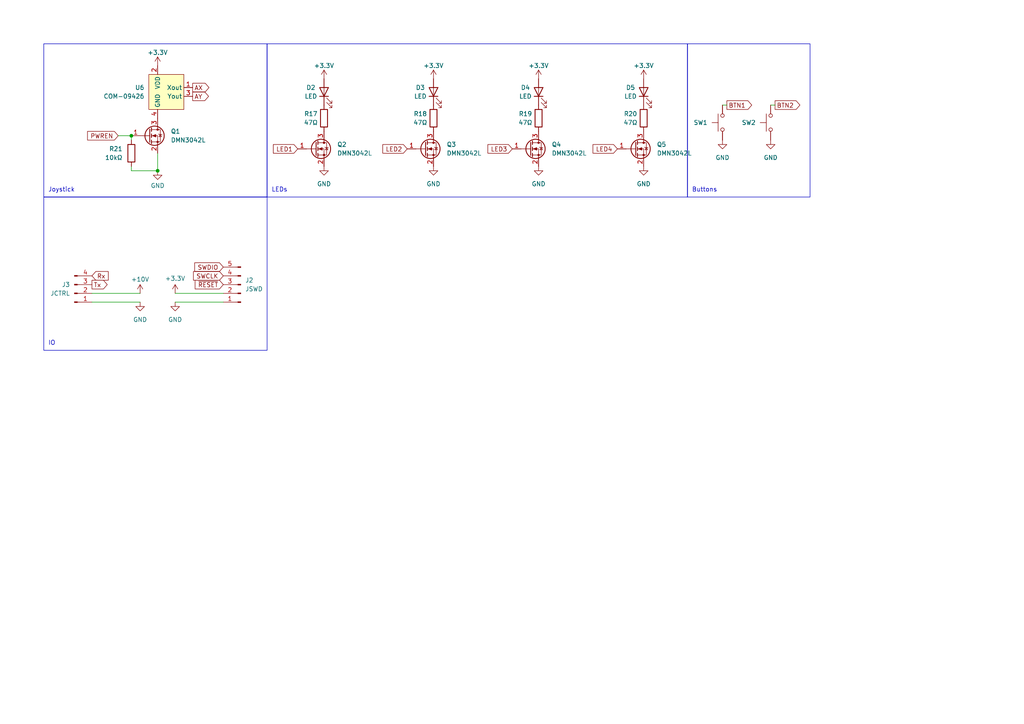
<source format=kicad_sch>
(kicad_sch (version 20250114) (generator "eeschema") (generator_version "9.0")
  (paper "A4")
  (lib_symbols
    (symbol "Connector:Conn_01x04_Pin" (pin_names (offset 1.016) (hide yes))
      (property "Reference" "J" (at 0 5.08 0))
      (property "Value" "Conn_01x04_Pin" (at 0 -7.62 0))
      (symbol "Conn_01x04_Pin_1_1"
        (rectangle (start 0.8636 2.667) (end 0 2.413) (stroke (width 0.1524)) (fill (type outline)))
        (rectangle (start 0.8636 0.127) (end 0 -0.127) (stroke (width 0.1524)) (fill (type outline)))
        (rectangle (start 0.8636 -2.413) (end 0 -2.667) (stroke (width 0.1524)) (fill (type outline)))
        (rectangle (start 0.8636 -4.953) (end 0 -5.207) (stroke (width 0.1524)) (fill (type outline)))
        (polyline (pts (xy 1.27 2.54) (xy 0.8636 2.54)) (stroke (width 0.1524)))
        (polyline (pts (xy 1.27 0) (xy 0.8636 0)) (stroke (width 0.1524)))
        (polyline (pts (xy 1.27 -2.54) (xy 0.8636 -2.54)) (stroke (width 0.1524)))
        (polyline (pts (xy 1.27 -5.08) (xy 0.8636 -5.08)) (stroke (width 0.1524)))
        (pin passive line (at 5.08 2.54 180) (length 3.81) (name "Pin_1") (number "1"))
        (pin passive line (at 5.08 0 180) (length 3.81) (name "Pin_2") (number "2"))
        (pin passive line (at 5.08 -2.54 180) (length 3.81) (name "Pin_3") (number "3"))
        (pin passive line (at 5.08 -5.08 180) (length 3.81) (name "Pin_4") (number "4"))
      )
    )
    (symbol "Connector:Conn_01x05_Pin" (pin_names (offset 1.016) (hide yes))
      (property "Reference" "J" (at 0 7.62 0))
      (property "Value" "Conn_01x05_Pin" (at 0 -7.62 0))
      (symbol "Conn_01x05_Pin_1_1"
        (rectangle (start 0.8636 5.207) (end 0 4.953) (stroke (width 0.1524)) (fill (type outline)))
        (rectangle (start 0.8636 2.667) (end 0 2.413) (stroke (width 0.1524)) (fill (type outline)))
        (rectangle (start 0.8636 0.127) (end 0 -0.127) (stroke (width 0.1524)) (fill (type outline)))
        (rectangle (start 0.8636 -2.413) (end 0 -2.667) (stroke (width 0.1524)) (fill (type outline)))
        (rectangle (start 0.8636 -4.953) (end 0 -5.207) (stroke (width 0.1524)) (fill (type outline)))
        (polyline (pts (xy 1.27 5.08) (xy 0.8636 5.08)) (stroke (width 0.1524)))
        (polyline (pts (xy 1.27 2.54) (xy 0.8636 2.54)) (stroke (width 0.1524)))
        (polyline (pts (xy 1.27 0) (xy 0.8636 0)) (stroke (width 0.1524)))
        (polyline (pts (xy 1.27 -2.54) (xy 0.8636 -2.54)) (stroke (width 0.1524)))
        (polyline (pts (xy 1.27 -5.08) (xy 0.8636 -5.08)) (stroke (width 0.1524)))
        (pin passive line (at 5.08 5.08 180) (length 3.81) (name "Pin_1") (number "1"))
        (pin passive line (at 5.08 2.54 180) (length 3.81) (name "Pin_2") (number "2"))
        (pin passive line (at 5.08 0 180) (length 3.81) (name "Pin_3") (number "3"))
        (pin passive line (at 5.08 -2.54 180) (length 3.81) (name "Pin_4") (number "4"))
        (pin passive line (at 5.08 -5.08 180) (length 3.81) (name "Pin_5") (number "5"))
      )
    )
    (symbol "Custom:COM-09426"
      (property "Reference" "U" (at 1.27 -6.35 0))
      (property "Value" "COM-09426" (at 6.35 6.35 0))
      (symbol "COM-09426_0_0"
        (pin power_in line (at -2.54 7.62 270) (length 2.54) (name "VDD") (number "2"))
        (pin power_in line (at -2.54 -7.62 90) (length 2.54) (name "GND") (number "4"))
        (pin passive line (at 7.62 1.27 180) (length 2.54) (name "Xout") (number "1"))
        (pin passive line (at 7.62 -1.27 180) (length 2.54) (name "Yout") (number "3"))
      )
      (symbol "COM-09426_0_1"
        (rectangle (start -5.08 5.08) (end 5.08 -5.08) (fill (type background)))
      )
    )
    (symbol "Device:LED" (pin_numbers (hide yes)) (pin_names (offset 1.016) (hide yes))
      (property "Reference" "D" (at 0 2.54 0))
      (property "Value" "LED" (at 0 -2.54 0))
      (symbol "LED_0_1"
        (polyline (pts (xy -3.048 -0.762) (xy -4.572 -2.286) (xy -3.81 -2.286) (xy -4.572 -2.286) (xy -4.572 -1.524)))
        (polyline (pts (xy -1.778 -0.762) (xy -3.302 -2.286) (xy -2.54 -2.286) (xy -3.302 -2.286) (xy -3.302 -1.524)))
        (polyline (pts (xy -1.27 0) (xy 1.27 0)))
        (polyline (pts (xy -1.27 -1.27) (xy -1.27 1.27)) (stroke (width 0.254)))
        (polyline (pts (xy 1.27 -1.27) (xy 1.27 1.27) (xy -1.27 0) (xy 1.27 -1.27)) (stroke (width 0.254)))
      )
      (symbol "LED_1_1"
        (pin passive line (at -3.81 0 0) (length 2.54) (name "K") (number "1"))
        (pin passive line (at 3.81 0 180) (length 2.54) (name "A") (number "2"))
      )
    )
    (symbol "Device:R" (pin_numbers (hide yes)) (pin_names (offset 0))
      (property "Reference" "R" (at 2.032 0 90))
      (property "Value" "R" (at 0 0 90))
      (symbol "R_0_1"
        (rectangle (start -1.016 -2.54) (end 1.016 2.54) (stroke (width 0.254)))
      )
      (symbol "R_1_1"
        (pin passive line (at 0 3.81 270) (length 1.27) (name "~") (number "1"))
        (pin passive line (at 0 -3.81 90) (length 1.27) (name "~") (number "2"))
      )
    )
    (symbol "Switch:SW_Push" (pin_numbers (hide yes)) (pin_names (offset 1.016) (hide yes))
      (property "Reference" "SW" (at 1.27 2.54 0))
      (property "Value" "SW_Push" (at 0 -1.524 0))
      (symbol "SW_Push_0_1"
        (circle (center -2.032 0) (radius 0.508))
        (polyline (pts (xy 0 1.27) (xy 0 3.048)))
        (circle (center 2.032 0) (radius 0.508))
        (polyline (pts (xy 2.54 1.27) (xy -2.54 1.27)))
        (pin passive line (at -5.08 0 0) (length 2.54) (name "1") (number "1"))
        (pin passive line (at 5.08 0 180) (length 2.54) (name "2") (number "2"))
      )
    )
    (symbol "Transistor_FET:DMN3042L" (pin_names (hide yes))
      (property "Reference" "Q" (at 5.08 1.905 0))
      (property "Value" "DMN3042L" (at 5.08 0 0))
      (symbol "DMN3042L_0_1"
        (polyline (pts (xy 0.254 1.905) (xy 0.254 -1.905)) (stroke (width 0.254)))
        (polyline (pts (xy 0.254 0) (xy -2.54 0)))
        (polyline (pts (xy 0.762 2.286) (xy 0.762 1.27)) (stroke (width 0.254)))
        (polyline (pts (xy 0.762 0.508) (xy 0.762 -0.508)) (stroke (width 0.254)))
        (polyline (pts (xy 0.762 -1.27) (xy 0.762 -2.286)) (stroke (width 0.254)))
        (polyline (pts (xy 0.762 -1.778) (xy 3.302 -1.778) (xy 3.302 1.778) (xy 0.762 1.778)))
        (polyline (pts (xy 1.016 0) (xy 2.032 0.381) (xy 2.032 -0.381) (xy 1.016 0)) (fill (type outline)))
        (circle (center 1.651 0) (radius 2.794) (stroke (width 0.254)))
        (polyline (pts (xy 2.54 2.54) (xy 2.54 1.778)))
        (circle (center 2.54 1.778) (radius 0.254) (fill (type outline)))
        (circle (center 2.54 -1.778) (radius 0.254) (fill (type outline)))
        (polyline (pts (xy 2.54 -2.54) (xy 2.54 0) (xy 0.762 0)))
        (polyline (pts (xy 2.794 0.508) (xy 2.921 0.381) (xy 3.683 0.381) (xy 3.81 0.254)))
        (polyline (pts (xy 3.302 0.381) (xy 2.921 -0.254) (xy 3.683 -0.254) (xy 3.302 0.381)))
      )
      (symbol "DMN3042L_1_1"
        (pin input line (at -5.08 0 0) (length 2.54) (name "G") (number "1"))
        (pin passive line (at 2.54 5.08 270) (length 2.54) (name "D") (number "3"))
        (pin passive line (at 2.54 -5.08 90) (length 2.54) (name "S") (number "2"))
      )
    )
    (symbol "power:+10V" (power) (pin_numbers (hide yes)) (pin_names (offset 0) (hide yes))
      (property "Value" "+10V" (at 0 3.556 0))
      (symbol "+10V_0_1"
        (polyline (pts (xy -0.762 1.27) (xy 0 2.54)))
        (polyline (pts (xy 0 2.54) (xy 0.762 1.27)))
        (polyline (pts (xy 0 0) (xy 0 2.54)))
      )
      (symbol "+10V_1_1"
        (pin power_in line (at 0 0 90) (length 0) (name "~") (number "1"))
      )
    )
    (symbol "power:+3.3V" (power) (pin_names (offset 0))
      (property "Value" "+3.3V" (at 0 3.556 0))
      (symbol "+3.3V_0_1"
        (polyline (pts (xy -0.762 1.27) (xy 0 2.54)))
        (polyline (pts (xy 0 2.54) (xy 0.762 1.27)))
        (polyline (pts (xy 0 0) (xy 0 2.54)))
      )
      (symbol "+3.3V_1_1"
        (pin power_in line (at 0 0 90) (length 0) (hide yes) (name "+3.3V") (number "1"))
      )
    )
    (symbol "power:GND" (power) (pin_names (offset 0))
      (property "Value" "GND" (at 0 -3.81 0))
      (symbol "GND_0_1"
        (polyline (pts (xy 0 0) (xy 0 -1.27) (xy 1.27 -1.27) (xy 0 -2.54) (xy -1.27 -1.27) (xy 0 -1.27)))
      )
      (symbol "GND_1_1"
        (pin power_in line (at 0 0 270) (length 0) (hide yes) (name "GND") (number "1"))
      )
    )
  )
  (rectangle (start 199.39 12.7) (end 234.95 57.15))
  (rectangle (start 12.7 12.7) (end 77.47 57.15))
  (rectangle (start 77.47 12.7) (end 199.39 57.15))
  (rectangle (start 12.7 57.15) (end 77.47 101.6))
  (text "LEDs" (at 78.74 55.88 0) (effects (font (size 1.27 1.27)) (justify left bottom)))
  (text "Buttons" (at 200.66 55.88 0) (effects (font (size 1.27 1.27)) (justify left bottom)))
  (text "IO" (at 13.97 100.33 0) (effects (font (size 1.27 1.27)) (justify left bottom)))
  (text "Joystick" (at 13.97 55.88 0) (effects (font (size 1.27 1.27)) (justify left bottom)))
  (junction (at 38.1 39.37))
  (junction (at 45.72 49.53))
  (wire (pts (xy 38.1 49.53) (xy 38.1 48.26)))
  (wire (pts (xy 224.79 30.48) (xy 223.52 30.48)))
  (wire (pts (xy 210.82 30.48) (xy 209.55 30.48)))
  (wire (pts (xy 50.8 85.09) (xy 64.77 85.09)))
  (wire (pts (xy 26.67 87.63) (xy 40.64 87.63)))
  (wire (pts (xy 34.29 39.37) (xy 38.1 39.37)))
  (wire (pts (xy 50.8 87.63) (xy 64.77 87.63)))
  (wire (pts (xy 45.72 44.45) (xy 45.72 49.53)))
  (wire (pts (xy 38.1 49.53) (xy 45.72 49.53)))
  (wire (pts (xy 38.1 39.37) (xy 38.1 40.64)))
  (wire (pts (xy 26.67 85.09) (xy 40.64 85.09)))
  (global_label "LED4" (shape input) (at 179.07 43.18 180) (property "Intersheetrefs" "${INTERSHEET_REFS}" (effects (hide yes))))
  (global_label "LED3" (shape input) (at 148.59 43.18 180) (property "Intersheetrefs" "${INTERSHEET_REFS}" (effects (hide yes))))
  (global_label "SWDIO" (shape input) (at 64.77 77.47 180) (property "Intersheetrefs" "${INTERSHEET_REFS}" (effects (hide yes))))
  (global_label "SWCLK" (shape input) (at 64.77 80.01 180) (property "Intersheetrefs" "${INTERSHEET_REFS}" (effects (hide yes))))
  (global_label "BTN1" (shape output) (at 210.82 30.48 0) (property "Intersheetrefs" "${INTERSHEET_REFS}" (effects (hide yes))))
  (global_label "PWREN" (shape input) (at 34.29 39.37 180) (property "Intersheetrefs" "${INTERSHEET_REFS}" (effects (hide yes))))
  (global_label "Tx" (shape output) (at 26.67 82.55 0) (property "Intersheetrefs" "${INTERSHEET_REFS}" (effects (hide yes))))
  (global_label "Rx" (shape input) (at 26.67 80.01 0) (property "Intersheetrefs" "${INTERSHEET_REFS}" (effects (hide yes))))
  (global_label "LED1" (shape input) (at 86.36 43.18 180) (property "Intersheetrefs" "${INTERSHEET_REFS}" (effects (hide yes))))
  (global_label "~{RESET}" (shape input) (at 64.77 82.55 180) (property "Intersheetrefs" "${INTERSHEET_REFS}" (effects (hide yes))))
  (global_label "LED2" (shape input) (at 118.11 43.18 180) (property "Intersheetrefs" "${INTERSHEET_REFS}" (effects (hide yes))))
  (global_label "AX" (shape output) (at 55.88 25.4 0) (property "Intersheetrefs" "${INTERSHEET_REFS}" (effects (hide yes))))
  (global_label "AY" (shape output) (at 55.88 27.94 0) (property "Intersheetrefs" "${INTERSHEET_REFS}" (effects (hide yes))))
  (global_label "BTN2" (shape output) (at 224.79 30.48 0) (property "Intersheetrefs" "${INTERSHEET_REFS}" (effects (hide yes))))
  (symbol (lib_id "power:GND") (at 50.8 87.63 0) (unit 1)
    (property "Reference" "#PWR046" (effects (hide yes)))
    (property "Value" "GND" (at 50.8 92.71 0))
  )
  (symbol (lib_id "Switch:SW_Push") (at 223.52 35.56 90) (unit 1)
    (property "Reference" "SW2" (at 217.17 35.56 90))
    (property "Value" "SW_Push" (effects (hide yes)))
    (property "Footprint" "Custom:Switch" (effects (hide yes)))
  )
  (symbol (lib_id "power:GND") (at 186.69 48.26 0) (unit 1)
    (property "Reference" "#PWR041" (effects (hide yes)))
    (property "Value" "GND" (at 186.69 53.34 0))
  )
  (symbol (lib_id "power:+3.3V") (at 186.69 22.86 0) (unit 1)
    (property "Reference" "#PWR035" (effects (hide yes)))
    (property "Value" "+3.3V" (at 186.69 19.05 0))
  )
  (symbol (lib_id "Device:R") (at 38.1 44.45 0) (unit 1)
    (property "Reference" "R21" (at 35.56 43.18 0) (effects (justify right)))
    (property "Value" "10kΩ" (at 35.56 45.72 0) (effects (justify right)))
    (property "Footprint" "Resistor_SMD:R_0603_1608Metric" (effects (hide yes)))
  )
  (symbol (lib_id "power:+3.3V") (at 156.21 22.86 0) (unit 1)
    (property "Reference" "#PWR034" (effects (hide yes)))
    (property "Value" "+3.3V" (at 156.21 19.05 0))
  )
  (symbol (lib_id "Transistor_FET:DMN3042L") (at 123.19 43.18 0) (unit 1)
    (property "Reference" "Q3" (at 129.54 41.9099 0) (effects (justify left)))
    (property "Value" "DMN3042L" (at 129.54 44.4499 0) (effects (justify left)))
    (property "Footprint" "Package_TO_SOT_SMD:SOT-23" (effects (hide yes)))
    (property "Datasheet" "http://www.diodes.com/assets/Datasheets/DMN3042L.pdf" (effects (hide yes)))
    (property "Description" "5.8A Id, 30V Vds, N-Channel MOSFET, SOT-23" (effects (hide yes)))
  )
  (symbol (lib_id "power:GND") (at 125.73 48.26 0) (unit 1)
    (property "Reference" "#PWR039" (effects (hide yes)))
    (property "Value" "GND" (at 125.73 53.34 0))
  )
  (symbol (lib_id "Device:LED") (at 156.21 26.67 90) (unit 1)
    (property "Reference" "D4" (at 152.4 25.4 90))
    (property "Value" "LED" (at 152.4 27.94 90))
    (property "Footprint" "Diode_SMD:D_0603_1608Metric" (effects (hide yes)))
  )
  (symbol (lib_id "Device:LED") (at 93.98 26.67 90) (unit 1)
    (property "Reference" "D2" (at 90.17 25.4 90))
    (property "Value" "LED" (at 90.17 27.94 90))
    (property "Footprint" "Diode_SMD:D_0603_1608Metric" (effects (hide yes)))
  )
  (symbol (lib_id "Transistor_FET:DMN3042L") (at 184.15 43.18 0) (unit 1)
    (property "Reference" "Q5" (at 190.5 41.9099 0) (effects (justify left)))
    (property "Value" "DMN3042L" (at 190.5 44.4499 0) (effects (justify left)))
    (property "Footprint" "Package_TO_SOT_SMD:SOT-23" (effects (hide yes)))
    (property "Datasheet" "http://www.diodes.com/assets/Datasheets/DMN3042L.pdf" (effects (hide yes)))
    (property "Description" "5.8A Id, 30V Vds, N-Channel MOSFET, SOT-23" (effects (hide yes)))
  )
  (symbol (lib_id "power:GND") (at 40.64 87.63 0) (unit 1)
    (property "Reference" "#PWR045" (effects (hide yes)))
    (property "Value" "GND" (at 40.64 92.71 0))
  )
  (symbol (lib_id "Device:LED") (at 186.69 26.67 90) (unit 1)
    (property "Reference" "D5" (at 182.88 25.4 90))
    (property "Value" "LED" (at 182.88 27.94 90))
    (property "Footprint" "Diode_SMD:D_0603_1608Metric" (effects (hide yes)))
  )
  (symbol (lib_id "power:+10V") (at 40.64 85.09 0) (unit 1)
    (property "Reference" "#PWR043" (effects (hide yes)))
    (property "Value" "+10V" (at 40.64 81.026 0))
    (property "Description" "Power symbol creates a global label with name \"+10V\"" (effects (hide yes)))
  )
  (symbol (lib_id "Switch:SW_Push") (at 209.55 35.56 90) (unit 1)
    (property "Reference" "SW1" (at 203.2 35.56 90))
    (property "Value" "SW_Push" (effects (hide yes)))
    (property "Footprint" "Custom:Switch" (effects (hide yes)))
  )
  (symbol (lib_id "power:+3.3V") (at 50.8 85.09 0) (unit 1)
    (property "Reference" "#PWR044" (effects (hide yes)))
    (property "Value" "+3.3V" (at 50.8 80.772 0))
  )
  (symbol (lib_id "power:GND") (at 223.52 40.64 0) (unit 1)
    (property "Reference" "#PWR037" (effects (hide yes)))
    (property "Value" "GND" (at 223.52 45.72 0))
  )
  (symbol (lib_id "Connector:Conn_01x04_Pin") (at 21.59 85.09 0) (mirror x) (unit 1)
    (property "Reference" "J3" (at 20.32 82.5499 0) (effects (justify right)))
    (property "Value" "JCTRL" (at 20.32 85.0899 0) (effects (justify right)))
    (property "Footprint" "Connector_PinHeader_2.54mm:PinHeader_1x04_P2.54mm_Vertical" (effects (hide yes)))
    (property "Description" "Generic connector, single row, 01x04, script generated" (effects (hide yes)))
  )
  (symbol (lib_id "power:+3.3V") (at 45.72 19.05 0) (mirror y) (unit 1)
    (property "Reference" "#PWR031" (effects (hide yes)))
    (property "Value" "+3.3V" (at 45.72 15.24 0))
  )
  (symbol (lib_id "Connector:Conn_01x05_Pin") (at 69.85 82.55 180) (unit 1)
    (property "Reference" "J2" (at 71.12 81.2799 0) (effects (justify right)))
    (property "Value" "JSWD" (at 71.12 83.8199 0) (effects (justify right)))
    (property "Footprint" "Connector_PinHeader_2.54mm:PinHeader_1x05_P2.54mm_Vertical" (effects (hide yes)))
    (property "Description" "Generic connector, single row, 01x05, script generated" (effects (hide yes)))
  )
  (symbol (lib_id "Transistor_FET:DMN3042L") (at 43.18 39.37 0) (unit 1)
    (property "Reference" "Q1" (at 49.53 38.0999 0) (effects (justify left)))
    (property "Value" "DMN3042L" (at 49.53 40.6399 0) (effects (justify left)))
    (property "Footprint" "Package_TO_SOT_SMD:SOT-23" (effects (hide yes)))
    (property "Datasheet" "http://www.diodes.com/assets/Datasheets/DMN3042L.pdf" (effects (hide yes)))
    (property "Description" "5.8A Id, 30V Vds, N-Channel MOSFET, SOT-23" (effects (hide yes)))
  )
  (symbol (lib_id "power:GND") (at 45.72 49.53 0) (unit 1)
    (property "Reference" "#PWR042" (effects (hide yes)))
    (property "Value" "GND" (at 45.72 53.848 0))
  )
  (symbol (lib_id "Device:R") (at 186.69 34.29 0) (unit 1)
    (property "Reference" "R20" (at 182.88 33.02 0))
    (property "Value" "47Ω" (at 182.88 35.56 0))
    (property "Footprint" "Resistor_SMD:R_0603_1608Metric" (effects (hide yes)))
  )
  (symbol (lib_id "Custom:COM-09426") (at 48.26 26.67 0) (unit 1)
    (property "Reference" "U6" (at 41.91 25.3999 0) (effects (justify right)))
    (property "Value" "COM-09426" (at 41.91 27.9399 0) (effects (justify right)))
    (property "Footprint" "Custom:COM-09426_NoHoles" (effects (hide yes)))
  )
  (symbol (lib_id "Device:LED") (at 125.73 26.67 90) (unit 1)
    (property "Reference" "D3" (at 121.92 25.4 90))
    (property "Value" "LED" (at 121.92 27.94 90))
    (property "Footprint" "Diode_SMD:D_0603_1608Metric" (effects (hide yes)))
  )
  (symbol (lib_id "Device:R") (at 93.98 34.29 0) (unit 1)
    (property "Reference" "R17" (at 90.17 33.02 0))
    (property "Value" "47Ω" (at 90.17 35.56 0))
    (property "Footprint" "Resistor_SMD:R_0603_1608Metric" (effects (hide yes)))
  )
  (symbol (lib_id "power:+3.3V") (at 125.73 22.86 0) (unit 1)
    (property "Reference" "#PWR033" (effects (hide yes)))
    (property "Value" "+3.3V" (at 125.73 19.05 0))
  )
  (symbol (lib_id "Device:R") (at 156.21 34.29 0) (unit 1)
    (property "Reference" "R19" (at 152.4 33.02 0))
    (property "Value" "47Ω" (at 152.4 35.56 0))
    (property "Footprint" "Resistor_SMD:R_0603_1608Metric" (effects (hide yes)))
  )
  (symbol (lib_id "Transistor_FET:DMN3042L") (at 153.67 43.18 0) (unit 1)
    (property "Reference" "Q4" (at 160.02 41.9099 0) (effects (justify left)))
    (property "Value" "DMN3042L" (at 160.02 44.4499 0) (effects (justify left)))
    (property "Footprint" "Package_TO_SOT_SMD:SOT-23" (effects (hide yes)))
    (property "Datasheet" "http://www.diodes.com/assets/Datasheets/DMN3042L.pdf" (effects (hide yes)))
    (property "Description" "5.8A Id, 30V Vds, N-Channel MOSFET, SOT-23" (effects (hide yes)))
  )
  (symbol (lib_id "power:GND") (at 209.55 40.64 0) (unit 1)
    (property "Reference" "#PWR036" (effects (hide yes)))
    (property "Value" "GND" (at 209.55 45.72 0))
  )
  (symbol (lib_id "power:GND") (at 93.98 48.26 0) (unit 1)
    (property "Reference" "#PWR038" (effects (hide yes)))
    (property "Value" "GND" (at 93.98 53.34 0))
  )
  (symbol (lib_id "power:GND") (at 156.21 48.26 0) (unit 1)
    (property "Reference" "#PWR040" (effects (hide yes)))
    (property "Value" "GND" (at 156.21 53.34 0))
  )
  (symbol (lib_id "Transistor_FET:DMN3042L") (at 91.44 43.18 0) (unit 1)
    (property "Reference" "Q2" (at 97.79 41.9099 0) (effects (justify left)))
    (property "Value" "DMN3042L" (at 97.79 44.4499 0) (effects (justify left)))
    (property "Footprint" "Package_TO_SOT_SMD:SOT-23" (effects (hide yes)))
    (property "Datasheet" "http://www.diodes.com/assets/Datasheets/DMN3042L.pdf" (effects (hide yes)))
    (property "Description" "5.8A Id, 30V Vds, N-Channel MOSFET, SOT-23" (effects (hide yes)))
  )
  (symbol (lib_id "Device:R") (at 125.73 34.29 0) (unit 1)
    (property "Reference" "R18" (at 121.92 33.02 0))
    (property "Value" "47Ω" (at 121.92 35.56 0))
    (property "Footprint" "Resistor_SMD:R_0603_1608Metric" (effects (hide yes)))
  )
  (symbol (lib_id "power:+3.3V") (at 93.98 22.86 0) (unit 1)
    (property "Reference" "#PWR032" (effects (hide yes)))
    (property "Value" "+3.3V" (at 93.98 19.05 0))
  )
)
</source>
